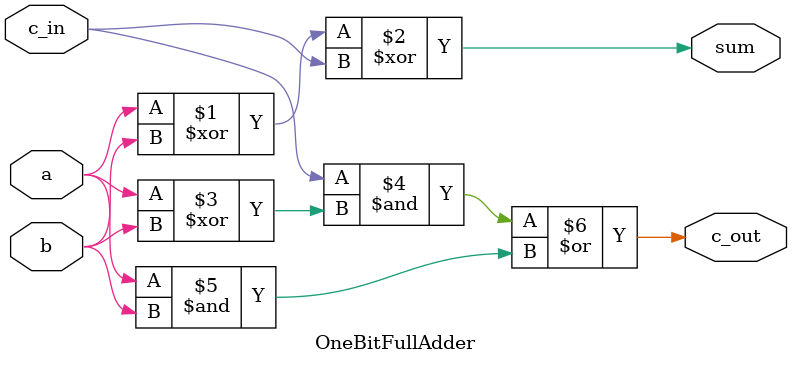
<source format=v>
module OneBitFullAdder(
input a,
input b,
input c_in,
output sum,
output c_out
);

assign sum = (a^b^c_in);
assign c_out = (c_in&(a^b))|(a&b);

endmodule 
</source>
